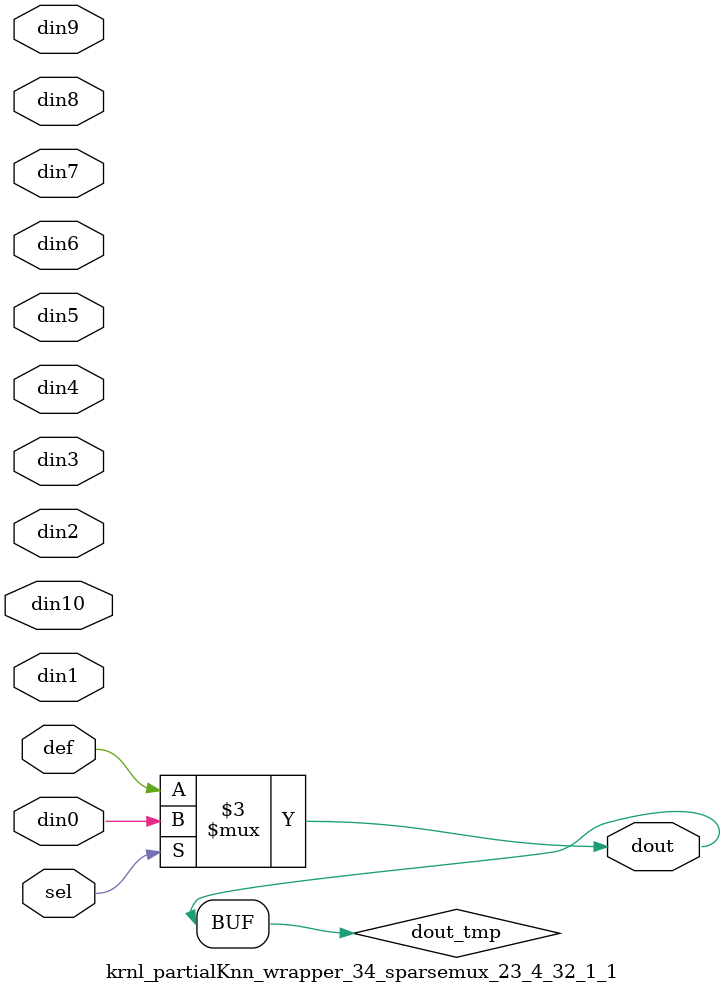
<source format=v>
`timescale 1 ns / 1 ps
module krnl_partialKnn_wrapper_34_sparsemux_23_4_32_1_1 (din0,din1,din2,din3,din4,din5,din6,din7,din8,din9,din10,def,sel,dout);
parameter din0_WIDTH = 1;
parameter din1_WIDTH = 1;
parameter din2_WIDTH = 1;
parameter din3_WIDTH = 1;
parameter din4_WIDTH = 1;
parameter din5_WIDTH = 1;
parameter din6_WIDTH = 1;
parameter din7_WIDTH = 1;
parameter din8_WIDTH = 1;
parameter din9_WIDTH = 1;
parameter din10_WIDTH = 1;
parameter def_WIDTH = 1;
parameter sel_WIDTH = 1;
parameter dout_WIDTH = 1;
parameter [sel_WIDTH-1:0] CASE0 = 1;
parameter [sel_WIDTH-1:0] CASE1 = 1;
parameter [sel_WIDTH-1:0] CASE2 = 1;
parameter [sel_WIDTH-1:0] CASE3 = 1;
parameter [sel_WIDTH-1:0] CASE4 = 1;
parameter [sel_WIDTH-1:0] CASE5 = 1;
parameter [sel_WIDTH-1:0] CASE6 = 1;
parameter [sel_WIDTH-1:0] CASE7 = 1;
parameter [sel_WIDTH-1:0] CASE8 = 1;
parameter [sel_WIDTH-1:0] CASE9 = 1;
parameter [sel_WIDTH-1:0] CASE10 = 1;
parameter ID = 1;
parameter NUM_STAGE = 1;
input [din0_WIDTH-1:0] din0;
input [din1_WIDTH-1:0] din1;
input [din2_WIDTH-1:0] din2;
input [din3_WIDTH-1:0] din3;
input [din4_WIDTH-1:0] din4;
input [din5_WIDTH-1:0] din5;
input [din6_WIDTH-1:0] din6;
input [din7_WIDTH-1:0] din7;
input [din8_WIDTH-1:0] din8;
input [din9_WIDTH-1:0] din9;
input [din10_WIDTH-1:0] din10;
input [def_WIDTH-1:0] def;
input [sel_WIDTH-1:0] sel;
output [dout_WIDTH-1:0] dout;
reg [dout_WIDTH-1:0] dout_tmp;
always @ (*) begin
case (sel)
    
    CASE0 : dout_tmp = din0;
    
    CASE1 : dout_tmp = din1;
    
    CASE2 : dout_tmp = din2;
    
    CASE3 : dout_tmp = din3;
    
    CASE4 : dout_tmp = din4;
    
    CASE5 : dout_tmp = din5;
    
    CASE6 : dout_tmp = din6;
    
    CASE7 : dout_tmp = din7;
    
    CASE8 : dout_tmp = din8;
    
    CASE9 : dout_tmp = din9;
    
    CASE10 : dout_tmp = din10;
    
    default : dout_tmp = def;
endcase
end
assign dout = dout_tmp;
endmodule
</source>
